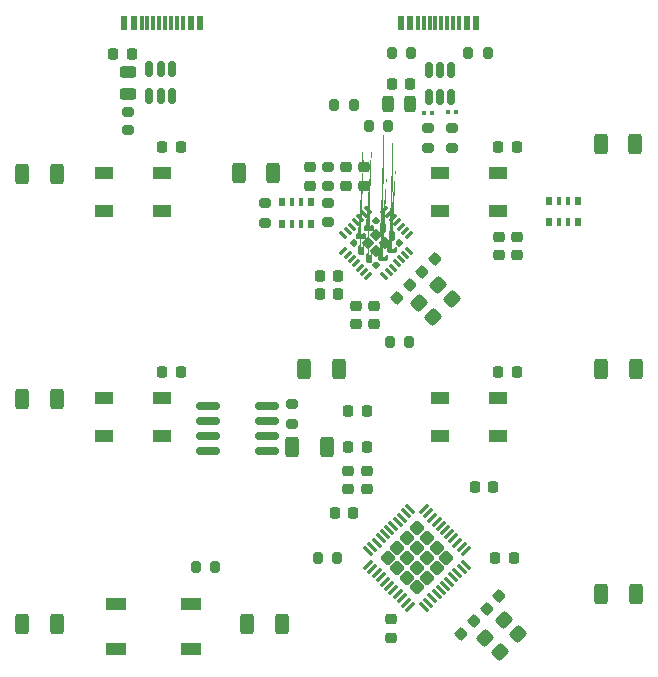
<source format=gbr>
%TF.GenerationSoftware,KiCad,Pcbnew,(5.99.0-11145-g173c9a974c)*%
%TF.CreationDate,2021-06-26T14:33:25+02:00*%
%TF.ProjectId,1337-v3.0,31333337-2d76-4332-9e30-2e6b69636164,3.0*%
%TF.SameCoordinates,Original*%
%TF.FileFunction,Paste,Bot*%
%TF.FilePolarity,Positive*%
%FSLAX46Y46*%
G04 Gerber Fmt 4.6, Leading zero omitted, Abs format (unit mm)*
G04 Created by KiCad (PCBNEW (5.99.0-11145-g173c9a974c)) date 2021-06-26 14:33:25*
%MOMM*%
%LPD*%
G01*
G04 APERTURE LIST*
G04 Aperture macros list*
%AMRoundRect*
0 Rectangle with rounded corners*
0 $1 Rounding radius*
0 $2 $3 $4 $5 $6 $7 $8 $9 X,Y pos of 4 corners*
0 Add a 4 corners polygon primitive as box body*
4,1,4,$2,$3,$4,$5,$6,$7,$8,$9,$2,$3,0*
0 Add four circle primitives for the rounded corners*
1,1,$1+$1,$2,$3*
1,1,$1+$1,$4,$5*
1,1,$1+$1,$6,$7*
1,1,$1+$1,$8,$9*
0 Add four rect primitives between the rounded corners*
20,1,$1+$1,$2,$3,$4,$5,0*
20,1,$1+$1,$4,$5,$6,$7,0*
20,1,$1+$1,$6,$7,$8,$9,0*
20,1,$1+$1,$8,$9,$2,$3,0*%
%AMFreePoly0*
4,1,51,0.328940,0.270148,0.332669,0.270806,0.335948,0.268913,0.347022,0.266960,0.363988,0.252723,0.383168,0.241650,0.385799,0.234421,0.391691,0.229478,0.395537,0.207667,0.403112,0.186855,0.403112,-0.116234,0.402193,-0.121446,0.402786,-0.123663,0.401202,-0.127060,0.397971,-0.145390,0.386007,-0.159647,0.378144,-0.176512,0.307524,-0.247133,0.303189,-0.250167,0.302041,-0.252157,
0.298519,-0.253439,0.283273,-0.264114,0.264734,-0.265736,0.247246,-0.272101,-0.247246,-0.272101,-0.252459,-0.271182,-0.254677,-0.271776,-0.258075,-0.270192,-0.276402,-0.266960,-0.290659,-0.254997,-0.307525,-0.247132,-0.378144,-0.176512,-0.381179,-0.172177,-0.383168,-0.171029,-0.384451,-0.167505,-0.395125,-0.152261,-0.396747,-0.133722,-0.403112,-0.116234,-0.403112,0.186855,-0.401159,0.197929,
-0.401817,0.201658,-0.399924,0.204937,-0.397971,0.216011,-0.383735,0.232977,-0.372661,0.252157,-0.365433,0.254788,-0.360489,0.260680,-0.338678,0.264527,-0.317866,0.272101,0.317866,0.272101,0.328940,0.270148,0.328940,0.270148,$1*%
%AMFreePoly1*
4,1,51,0.197929,0.401159,0.201658,0.401817,0.204937,0.399924,0.216011,0.397971,0.232977,0.383735,0.252157,0.372661,0.254788,0.365433,0.260680,0.360489,0.264527,0.338678,0.272101,0.317866,0.272101,-0.317866,0.270148,-0.328940,0.270806,-0.332669,0.268913,-0.335948,0.266960,-0.347022,0.252723,-0.363988,0.241650,-0.383168,0.234421,-0.385799,0.229478,-0.391691,0.207667,-0.395537,
0.186855,-0.403112,-0.116234,-0.403112,-0.121446,-0.402193,-0.123663,-0.402786,-0.127060,-0.401202,-0.145390,-0.397971,-0.159647,-0.386007,-0.176512,-0.378144,-0.247133,-0.307524,-0.250167,-0.303189,-0.252157,-0.302041,-0.253439,-0.298519,-0.264114,-0.283273,-0.265736,-0.264734,-0.272101,-0.247246,-0.272101,0.247246,-0.271182,0.252459,-0.271776,0.254676,-0.270192,0.258073,-0.266960,0.276402,
-0.254997,0.290658,-0.247133,0.307524,-0.176512,0.378144,-0.172177,0.381179,-0.171029,0.383168,-0.167505,0.384451,-0.152261,0.395125,-0.133722,0.396747,-0.116234,0.403112,0.186855,0.403112,0.197929,0.401159,0.197929,0.401159,$1*%
%AMFreePoly2*
4,1,48,0.180784,0.266839,0.197812,0.266839,0.211588,0.256830,0.227782,0.251568,0.237792,0.237792,0.251568,0.227782,0.256830,0.211588,0.266839,0.197812,0.266839,0.180784,0.272100,0.164589,0.272101,-0.075523,0.269420,-0.083774,0.270777,-0.092342,0.259348,-0.114773,0.251568,-0.138717,0.244550,-0.143816,0.240611,-0.151546,0.151545,-0.240611,0.143817,-0.244549,0.138717,-0.251568,
0.114772,-0.259348,0.092342,-0.270777,0.083774,-0.269420,0.075523,-0.272101,-0.164589,-0.272100,-0.180784,-0.266839,-0.197812,-0.266839,-0.211588,-0.256830,-0.227782,-0.251568,-0.237792,-0.237792,-0.251568,-0.227782,-0.256830,-0.211588,-0.266839,-0.197812,-0.266839,-0.180784,-0.272100,-0.164589,-0.272100,0.164589,-0.266839,0.180784,-0.266839,0.197812,-0.256830,0.211588,-0.251568,0.227782,
-0.237792,0.237792,-0.227782,0.251568,-0.211588,0.256830,-0.197812,0.266839,-0.180784,0.266839,-0.164589,0.272100,0.164589,0.272100,0.180784,0.266839,0.180784,0.266839,$1*%
%AMFreePoly3*
4,1,51,0.121446,0.402193,0.123663,0.402786,0.127060,0.401202,0.145390,0.397971,0.159647,0.386007,0.176512,0.378144,0.247132,0.307525,0.250167,0.303189,0.252157,0.302041,0.253441,0.298517,0.264114,0.283273,0.265736,0.264734,0.272101,0.247246,0.272101,-0.247246,0.271182,-0.252459,0.271776,-0.254677,0.270192,-0.258075,0.266960,-0.276402,0.254997,-0.290659,0.247132,-0.307525,
0.176512,-0.378144,0.172177,-0.381179,0.171029,-0.383168,0.167505,-0.384451,0.152261,-0.395125,0.133722,-0.396747,0.116234,-0.403112,-0.186855,-0.403112,-0.197929,-0.401159,-0.201658,-0.401817,-0.204937,-0.399924,-0.216011,-0.397971,-0.232977,-0.383735,-0.252157,-0.372661,-0.254788,-0.365433,-0.260680,-0.360489,-0.264527,-0.338678,-0.272101,-0.317866,-0.272101,0.317866,-0.270148,0.328940,
-0.270806,0.332669,-0.268913,0.335948,-0.266960,0.347022,-0.252723,0.363988,-0.241650,0.383168,-0.234421,0.385799,-0.229478,0.391691,-0.207667,0.395537,-0.186855,0.403112,0.116234,0.403112,0.121446,0.402193,0.121446,0.402193,$1*%
%AMFreePoly4*
4,1,48,0.180784,0.266839,0.197812,0.266839,0.211588,0.256830,0.227782,0.251568,0.237792,0.237792,0.251568,0.227782,0.256830,0.211588,0.266839,0.197812,0.266839,0.180784,0.272100,0.164589,0.272100,-0.164589,0.266839,-0.180784,0.266839,-0.197812,0.256830,-0.211588,0.251568,-0.227782,0.237792,-0.237792,0.227782,-0.251568,0.211588,-0.256830,0.197812,-0.266839,0.180784,-0.266839,
0.164589,-0.272100,-0.075523,-0.272101,-0.083774,-0.269420,-0.092342,-0.270777,-0.114773,-0.259348,-0.138717,-0.251568,-0.143816,-0.244550,-0.151546,-0.240611,-0.240611,-0.151545,-0.244549,-0.143817,-0.251568,-0.138717,-0.259348,-0.114772,-0.270777,-0.092342,-0.269420,-0.083774,-0.272101,-0.075523,-0.272100,0.164589,-0.266839,0.180784,-0.266839,0.197812,-0.256830,0.211588,-0.251568,0.227782,
-0.237792,0.237792,-0.227782,0.251568,-0.211588,0.256830,-0.197812,0.266839,-0.180784,0.266839,-0.164589,0.272100,0.164589,0.272100,0.180784,0.266839,0.180784,0.266839,$1*%
%AMFreePoly5*
4,1,48,0.083774,0.269420,0.092342,0.270777,0.114772,0.259348,0.138717,0.251568,0.143817,0.244549,0.151545,0.240611,0.240611,0.151546,0.244550,0.143816,0.251568,0.138717,0.259348,0.114773,0.270777,0.092342,0.269420,0.083774,0.272101,0.075523,0.272100,-0.164589,0.266839,-0.180784,0.266839,-0.197812,0.256830,-0.211588,0.251568,-0.227782,0.237792,-0.237792,0.227782,-0.251568,
0.211588,-0.256830,0.197812,-0.266839,0.180784,-0.266839,0.164589,-0.272100,-0.164589,-0.272100,-0.180784,-0.266839,-0.197812,-0.266839,-0.211588,-0.256830,-0.227782,-0.251568,-0.237792,-0.237792,-0.251568,-0.227782,-0.256830,-0.211588,-0.266839,-0.197812,-0.266839,-0.180784,-0.272100,-0.164589,-0.272100,0.164589,-0.266839,0.180784,-0.266839,0.197812,-0.256830,0.211588,-0.251568,0.227782,
-0.237792,0.237792,-0.227782,0.251568,-0.211588,0.256830,-0.197812,0.266839,-0.180784,0.266839,-0.164589,0.272100,0.075523,0.272101,0.083774,0.269420,0.083774,0.269420,$1*%
%AMFreePoly6*
4,1,51,0.252459,0.271182,0.254676,0.271776,0.258073,0.270192,0.276402,0.266960,0.290658,0.254997,0.307524,0.247133,0.378144,0.176512,0.381179,0.172177,0.383168,0.171029,0.384451,0.167505,0.395125,0.152261,0.396747,0.133722,0.403112,0.116234,0.403112,-0.186855,0.401159,-0.197929,0.401817,-0.201658,0.399924,-0.204937,0.397971,-0.216011,0.383735,-0.232977,0.372661,-0.252157,
0.365433,-0.254788,0.360489,-0.260680,0.338678,-0.264527,0.317866,-0.272101,-0.317866,-0.272101,-0.328940,-0.270148,-0.332669,-0.270806,-0.335948,-0.268913,-0.347022,-0.266960,-0.363988,-0.252723,-0.383168,-0.241650,-0.385799,-0.234421,-0.391691,-0.229478,-0.395537,-0.207667,-0.403112,-0.186855,-0.403112,0.116234,-0.402193,0.121446,-0.402786,0.123663,-0.401202,0.127060,-0.397971,0.145390,
-0.386007,0.159647,-0.378144,0.176512,-0.307525,0.247132,-0.303189,0.250167,-0.302041,0.252157,-0.298517,0.253441,-0.283273,0.264114,-0.264734,0.265736,-0.247246,0.272101,0.247246,0.272101,0.252459,0.271182,0.252459,0.271182,$1*%
%AMFreePoly7*
4,1,48,0.180784,0.266839,0.197812,0.266839,0.211588,0.256830,0.227782,0.251568,0.237792,0.237792,0.251568,0.227782,0.256830,0.211588,0.266839,0.197812,0.266839,0.180784,0.272100,0.164589,0.272100,-0.164589,0.266839,-0.180784,0.266839,-0.197812,0.256830,-0.211588,0.251568,-0.227782,0.237792,-0.237792,0.227782,-0.251568,0.211588,-0.256830,0.197812,-0.266839,0.180784,-0.266839,
0.164589,-0.272100,-0.164589,-0.272100,-0.180784,-0.266839,-0.197812,-0.266839,-0.211588,-0.256830,-0.227782,-0.251568,-0.237792,-0.237792,-0.251568,-0.227782,-0.256830,-0.211588,-0.266839,-0.197812,-0.266839,-0.180784,-0.272100,-0.164589,-0.272101,0.075523,-0.269420,0.083774,-0.270777,0.092342,-0.259348,0.114772,-0.251568,0.138717,-0.244549,0.143817,-0.240611,0.151545,-0.151546,0.240611,
-0.143816,0.244550,-0.138717,0.251568,-0.114773,0.259348,-0.092342,0.270777,-0.083774,0.269420,-0.075523,0.272101,0.164589,0.272100,0.180784,0.266839,0.180784,0.266839,$1*%
G04 Aperture macros list end*
%ADD10RoundRect,0.225000X0.225000X0.250000X-0.225000X0.250000X-0.225000X-0.250000X0.225000X-0.250000X0*%
%ADD11RoundRect,0.225000X0.250000X-0.225000X0.250000X0.225000X-0.250000X0.225000X-0.250000X-0.225000X0*%
%ADD12RoundRect,0.200000X-0.200000X-0.275000X0.200000X-0.275000X0.200000X0.275000X-0.200000X0.275000X0*%
%ADD13R,0.500000X0.800000*%
%ADD14R,0.400000X0.800000*%
%ADD15RoundRect,0.200000X0.200000X0.275000X-0.200000X0.275000X-0.200000X-0.275000X0.200000X-0.275000X0*%
%ADD16RoundRect,0.225000X-0.225000X-0.250000X0.225000X-0.250000X0.225000X0.250000X-0.225000X0.250000X0*%
%ADD17RoundRect,0.250000X-0.312500X-0.625000X0.312500X-0.625000X0.312500X0.625000X-0.312500X0.625000X0*%
%ADD18RoundRect,0.250000X0.312500X0.625000X-0.312500X0.625000X-0.312500X-0.625000X0.312500X-0.625000X0*%
%ADD19R,1.500000X1.000000*%
%ADD20RoundRect,0.200000X-0.275000X0.200000X-0.275000X-0.200000X0.275000X-0.200000X0.275000X0.200000X0*%
%ADD21RoundRect,0.225000X-0.250000X0.225000X-0.250000X-0.225000X0.250000X-0.225000X0.250000X0.225000X0*%
%ADD22RoundRect,0.150000X0.825000X0.150000X-0.825000X0.150000X-0.825000X-0.150000X0.825000X-0.150000X0*%
%ADD23RoundRect,0.225000X-0.017678X0.335876X-0.335876X0.017678X0.017678X-0.335876X0.335876X-0.017678X0*%
%ADD24RoundRect,0.243750X-0.456250X0.243750X-0.456250X-0.243750X0.456250X-0.243750X0.456250X0.243750X0*%
%ADD25RoundRect,0.150000X-0.150000X0.512500X-0.150000X-0.512500X0.150000X-0.512500X0.150000X0.512500X0*%
%ADD26RoundRect,0.170000X0.330000X-0.255000X0.330000X0.255000X-0.330000X0.255000X-0.330000X-0.255000X0*%
%ADD27R,0.600000X1.150000*%
%ADD28R,0.300000X1.150000*%
%ADD29RoundRect,0.230000X0.063640X0.502046X-0.502046X-0.063640X-0.063640X-0.502046X0.502046X0.063640X0*%
%ADD30RoundRect,0.250000X0.000000X0.358486X-0.358486X0.000000X0.000000X-0.358486X0.358486X0.000000X0*%
%ADD31RoundRect,0.062500X0.291682X0.380070X-0.380070X-0.291682X-0.291682X-0.380070X0.380070X0.291682X0*%
%ADD32RoundRect,0.062500X-0.291682X0.380070X-0.380070X0.291682X0.291682X-0.380070X0.380070X-0.291682X0*%
%ADD33RoundRect,0.170000X0.255000X0.330000X-0.255000X0.330000X-0.255000X-0.330000X0.255000X-0.330000X0*%
%ADD34RoundRect,0.079500X0.079500X0.100500X-0.079500X0.100500X-0.079500X-0.100500X0.079500X-0.100500X0*%
%ADD35R,1.700000X1.000000*%
%ADD36RoundRect,0.170000X-0.330000X0.255000X-0.330000X-0.255000X0.330000X-0.255000X0.330000X0.255000X0*%
%ADD37RoundRect,0.200000X0.275000X-0.200000X0.275000X0.200000X-0.275000X0.200000X-0.275000X-0.200000X0*%
%ADD38RoundRect,0.243750X0.243750X0.456250X-0.243750X0.456250X-0.243750X-0.456250X0.243750X-0.456250X0*%
%ADD39RoundRect,0.225000X0.017678X-0.335876X0.335876X-0.017678X-0.017678X0.335876X-0.335876X0.017678X0*%
%ADD40FreePoly0,225.000000*%
%ADD41FreePoly1,225.000000*%
%ADD42FreePoly2,225.000000*%
%ADD43RoundRect,0.201557X0.000000X0.285043X-0.285043X0.000000X0.000000X-0.285043X0.285043X0.000000X0*%
%ADD44FreePoly3,225.000000*%
%ADD45FreePoly4,225.000000*%
%ADD46FreePoly5,225.000000*%
%ADD47FreePoly6,225.000000*%
%ADD48FreePoly7,225.000000*%
%ADD49RoundRect,0.062500X0.194454X0.282843X-0.282843X-0.194454X-0.194454X-0.282843X0.282843X0.194454X0*%
%ADD50RoundRect,0.062500X-0.194454X0.282843X-0.282843X0.194454X0.194454X-0.282843X0.282843X-0.194454X0*%
G04 APERTURE END LIST*
D10*
%TO.C,C22*%
X170193000Y-86868000D03*
X168643000Y-86868000D03*
%TD*%
D11*
%TO.C,C27*%
X155930000Y-115835000D03*
X155930000Y-114285000D03*
%TD*%
%TO.C,C15*%
X155696000Y-90135000D03*
X155696000Y-88585000D03*
%TD*%
D12*
%TO.C,R7*%
X143002000Y-122428000D03*
X144652000Y-122428000D03*
%TD*%
D13*
%TO.C,RN2*%
X172960000Y-91460000D03*
D14*
X173760000Y-91460000D03*
X174560000Y-91460000D03*
D13*
X175360000Y-91460000D03*
X175360000Y-93260000D03*
D14*
X174560000Y-93260000D03*
X173760000Y-93260000D03*
D13*
X172960000Y-93260000D03*
%TD*%
D15*
%TO.C,R3*%
X167747000Y-78924000D03*
X166097000Y-78924000D03*
%TD*%
D16*
%TO.C,C20*%
X166645000Y-115630000D03*
X168195000Y-115630000D03*
%TD*%
D17*
%TO.C,R20*%
X177353500Y-105664000D03*
X180278500Y-105664000D03*
%TD*%
D18*
%TO.C,R18*%
X131256500Y-108204000D03*
X128331500Y-108204000D03*
%TD*%
D19*
%TO.C,D1*%
X140118000Y-108128000D03*
X140118000Y-111328000D03*
X135218000Y-111328000D03*
X135218000Y-108128000D03*
%TD*%
D11*
%TO.C,C14*%
X152648000Y-90135000D03*
X152648000Y-88585000D03*
%TD*%
D20*
%TO.C,R9*%
X148890000Y-91625000D03*
X148890000Y-93275000D03*
%TD*%
D21*
%TO.C,C2*%
X158130000Y-100315000D03*
X158130000Y-101865000D03*
%TD*%
D11*
%TO.C,C1*%
X157220000Y-90135000D03*
X157220000Y-88585000D03*
%TD*%
D22*
%TO.C,Q1*%
X149033000Y-108839000D03*
X149033000Y-110109000D03*
X149033000Y-111379000D03*
X149033000Y-112649000D03*
X144083000Y-112649000D03*
X144083000Y-111379000D03*
X144083000Y-110109000D03*
X144083000Y-108839000D03*
%TD*%
D23*
%TO.C,C16*%
X163268008Y-96371992D03*
X162171992Y-97468008D03*
%TD*%
D12*
%TO.C,R14*%
X153353000Y-121666000D03*
X155003000Y-121666000D03*
%TD*%
D24*
%TO.C,F2*%
X137312000Y-80504000D03*
X137312000Y-82379000D03*
%TD*%
D18*
%TO.C,R16*%
X149592500Y-89070000D03*
X146667500Y-89070000D03*
%TD*%
D10*
%TO.C,C9*%
X157493000Y-112268000D03*
X155943000Y-112268000D03*
%TD*%
%TO.C,C24*%
X141745000Y-86868000D03*
X140195000Y-86868000D03*
%TD*%
D25*
%TO.C,U2*%
X162732000Y-80344000D03*
X163682000Y-80344000D03*
X164632000Y-80344000D03*
X164632000Y-82619000D03*
X163682000Y-82619000D03*
X162732000Y-82619000D03*
%TD*%
D26*
%TO.C,FB2*%
X154172000Y-90160000D03*
X154172000Y-88560000D03*
%TD*%
D27*
%TO.C,J1*%
X160362000Y-76361500D03*
X161162000Y-76361500D03*
D28*
X162312000Y-76361500D03*
X163312000Y-76361500D03*
X163812000Y-76361500D03*
X164812000Y-76361500D03*
D27*
X165962000Y-76361500D03*
X166762000Y-76361500D03*
X166762000Y-76361500D03*
X165962000Y-76361500D03*
D28*
X165312000Y-76361500D03*
X164312000Y-76361500D03*
X162812000Y-76361500D03*
X161812000Y-76361500D03*
D27*
X161162000Y-76361500D03*
X160362000Y-76361500D03*
%TD*%
D18*
%TO.C,R21*%
X131256500Y-127254000D03*
X128331500Y-127254000D03*
%TD*%
D10*
%TO.C,C21*%
X137597000Y-78984000D03*
X136047000Y-78984000D03*
%TD*%
D18*
%TO.C,R22*%
X150306500Y-127254000D03*
X147381500Y-127254000D03*
%TD*%
D29*
%TO.C,Y1*%
X164698858Y-99733223D03*
X163143223Y-101288858D03*
X161941142Y-100086777D03*
X163496777Y-98531142D03*
%TD*%
D19*
%TO.C,D4*%
X168566000Y-108128000D03*
X168566000Y-111328000D03*
X163666000Y-111328000D03*
X163666000Y-108128000D03*
%TD*%
D21*
%TO.C,C7*%
X159580000Y-126855000D03*
X159580000Y-128405000D03*
%TD*%
D11*
%TO.C,C26*%
X157480000Y-115837000D03*
X157480000Y-114287000D03*
%TD*%
D27*
%TO.C,J3*%
X136972000Y-76354000D03*
X137772000Y-76354000D03*
D28*
X138922000Y-76354000D03*
X139922000Y-76354000D03*
X140422000Y-76354000D03*
X141422000Y-76354000D03*
D27*
X142572000Y-76354000D03*
X143372000Y-76354000D03*
X143372000Y-76354000D03*
X142572000Y-76354000D03*
D28*
X141922000Y-76354000D03*
X140922000Y-76354000D03*
X139422000Y-76354000D03*
X138422000Y-76354000D03*
D27*
X137772000Y-76354000D03*
X136972000Y-76354000D03*
%TD*%
D30*
%TO.C,U3*%
X160919750Y-123327701D03*
X163412301Y-122496850D03*
X162581450Y-120004299D03*
X160088899Y-122496850D03*
X161750600Y-124158551D03*
X162581450Y-123327701D03*
X162581450Y-121666000D03*
X160919750Y-120004299D03*
X161750600Y-122496850D03*
X163412301Y-120835150D03*
X160088899Y-120835150D03*
X160919750Y-121666000D03*
X164243151Y-121666000D03*
X161750600Y-120835150D03*
X159258049Y-121666000D03*
X161750600Y-119173449D03*
D31*
X162342802Y-117538264D03*
X162696355Y-117891818D03*
X163049909Y-118245371D03*
X163403462Y-118598924D03*
X163757015Y-118952478D03*
X164110569Y-119306031D03*
X164464122Y-119659585D03*
X164817676Y-120013138D03*
X165171229Y-120366691D03*
X165524782Y-120720245D03*
X165878336Y-121073798D03*
D32*
X165878336Y-122258202D03*
X165524782Y-122611755D03*
X165171229Y-122965309D03*
X164817676Y-123318862D03*
X164464122Y-123672415D03*
X164110569Y-124025969D03*
X163757015Y-124379522D03*
X163403462Y-124733076D03*
X163049909Y-125086629D03*
X162696355Y-125440182D03*
X162342802Y-125793736D03*
D31*
X161158398Y-125793736D03*
X160804845Y-125440182D03*
X160451291Y-125086629D03*
X160097738Y-124733076D03*
X159744185Y-124379522D03*
X159390631Y-124025969D03*
X159037078Y-123672415D03*
X158683524Y-123318862D03*
X158329971Y-122965309D03*
X157976418Y-122611755D03*
X157622864Y-122258202D03*
D32*
X157622864Y-121073798D03*
X157976418Y-120720245D03*
X158329971Y-120366691D03*
X158683524Y-120013138D03*
X159037078Y-119659585D03*
X159390631Y-119306031D03*
X159744185Y-118952478D03*
X160097738Y-118598924D03*
X160451291Y-118245371D03*
X160804845Y-117891818D03*
X161158398Y-117538264D03*
%TD*%
D10*
%TO.C,C13*%
X155075000Y-99294000D03*
X153525000Y-99294000D03*
%TD*%
%TO.C,C23*%
X141745000Y-105918000D03*
X140195000Y-105918000D03*
%TD*%
D33*
%TO.C,FB1*%
X159310000Y-85060000D03*
X157710000Y-85060000D03*
%TD*%
D21*
%TO.C,C4*%
X168656000Y-94475000D03*
X168656000Y-96025000D03*
%TD*%
D19*
%TO.C,D2*%
X140118000Y-89078000D03*
X140118000Y-92278000D03*
X135218000Y-92278000D03*
X135218000Y-89078000D03*
%TD*%
D25*
%TO.C,U4*%
X139092000Y-80276500D03*
X140042000Y-80276500D03*
X140992000Y-80276500D03*
X140992000Y-82551500D03*
X140042000Y-82551500D03*
X139092000Y-82551500D03*
%TD*%
D21*
%TO.C,C3*%
X170180000Y-94475000D03*
X170180000Y-96025000D03*
%TD*%
D34*
%TO.C,JP1*%
X162345000Y-83970000D03*
X163035000Y-83970000D03*
%TD*%
D17*
%TO.C,R17*%
X177292000Y-86614000D03*
X180217000Y-86614000D03*
%TD*%
D15*
%TO.C,R13*%
X161099000Y-103378000D03*
X159449000Y-103378000D03*
%TD*%
D20*
%TO.C,R11*%
X154190000Y-91615000D03*
X154190000Y-93265000D03*
%TD*%
D35*
%TO.C,SW1*%
X142596000Y-129408000D03*
X136296000Y-129408000D03*
X136296000Y-125608000D03*
X142596000Y-125608000D03*
%TD*%
D17*
%TO.C,R23*%
X177353500Y-124714000D03*
X180278500Y-124714000D03*
%TD*%
D21*
%TO.C,C5*%
X156606000Y-100315000D03*
X156606000Y-101865000D03*
%TD*%
D36*
%TO.C,FB3*%
X137302000Y-83874000D03*
X137302000Y-85474000D03*
%TD*%
D37*
%TO.C,R6*%
X162680000Y-86935000D03*
X162680000Y-85285000D03*
%TD*%
D10*
%TO.C,C6*%
X161197000Y-81524000D03*
X159647000Y-81524000D03*
%TD*%
D38*
%TO.C,F1*%
X161159500Y-83274000D03*
X159284500Y-83274000D03*
%TD*%
D10*
%TO.C,C25*%
X170193000Y-105918000D03*
X168643000Y-105918000D03*
%TD*%
D19*
%TO.C,D3*%
X168566000Y-89078000D03*
X168566000Y-92278000D03*
X163666000Y-92278000D03*
X163666000Y-89078000D03*
%TD*%
D13*
%TO.C,RN1*%
X150340000Y-91560000D03*
D14*
X151140000Y-91560000D03*
X151940000Y-91560000D03*
D13*
X152740000Y-91560000D03*
X152740000Y-93360000D03*
D14*
X151940000Y-93360000D03*
X151140000Y-93360000D03*
D13*
X150340000Y-93360000D03*
%TD*%
D15*
%TO.C,R12*%
X156385000Y-83280000D03*
X154735000Y-83280000D03*
%TD*%
D39*
%TO.C,C19*%
X165471992Y-128098008D03*
X166568008Y-127001992D03*
%TD*%
D23*
%TO.C,C18*%
X168728008Y-124851992D03*
X167631992Y-125948008D03*
%TD*%
D18*
%TO.C,R29*%
X154116500Y-112268000D03*
X151191500Y-112268000D03*
%TD*%
D17*
%TO.C,R19*%
X152207500Y-105664000D03*
X155132500Y-105664000D03*
%TD*%
D37*
%TO.C,R5*%
X164690000Y-86935000D03*
X164690000Y-85285000D03*
%TD*%
D10*
%TO.C,C12*%
X155075000Y-97770000D03*
X153525000Y-97770000D03*
%TD*%
D18*
%TO.C,R15*%
X131256500Y-89154000D03*
X128331500Y-89154000D03*
%TD*%
D15*
%TO.C,R2*%
X161257000Y-78944000D03*
X159607000Y-78944000D03*
%TD*%
D37*
%TO.C,R28*%
X151130000Y-110299000D03*
X151130000Y-108649000D03*
%TD*%
D29*
%TO.C,Y2*%
X170288858Y-128093223D03*
X168733223Y-129648858D03*
X167531142Y-128446777D03*
X169086777Y-126891142D03*
%TD*%
D10*
%TO.C,C10*%
X157493000Y-109220000D03*
X155943000Y-109220000D03*
%TD*%
D34*
%TO.C,JP2*%
X165025000Y-83950000D03*
X164335000Y-83950000D03*
%TD*%
D40*
%TO.C,U1*%
X159609309Y-95582202D03*
D41*
X157010691Y-95582202D03*
D42*
X160201511Y-94990000D03*
D43*
X158310000Y-94282893D03*
D44*
X158902202Y-93690691D03*
D45*
X158310000Y-96881511D03*
D46*
X158310000Y-93098489D03*
D43*
X157602893Y-94990000D03*
X158310000Y-95697107D03*
D47*
X157717798Y-93690691D03*
D40*
X158902202Y-96289309D03*
D41*
X157717798Y-96289309D03*
D47*
X157010691Y-94397798D03*
D44*
X159609309Y-94397798D03*
D48*
X156418489Y-94990000D03*
D43*
X159017107Y-94990000D03*
D49*
X158981751Y-92196928D03*
X159335305Y-92550482D03*
X159688858Y-92904035D03*
X160042412Y-93257588D03*
X160395965Y-93611142D03*
X160749518Y-93964695D03*
X161103072Y-94318249D03*
D50*
X161103072Y-95661751D03*
X160749518Y-96015305D03*
X160395965Y-96368858D03*
X160042412Y-96722412D03*
X159688858Y-97075965D03*
X159335305Y-97429518D03*
X158981751Y-97783072D03*
D49*
X157638249Y-97783072D03*
X157284695Y-97429518D03*
X156931142Y-97075965D03*
X156577588Y-96722412D03*
X156224035Y-96368858D03*
X155870482Y-96015305D03*
X155516928Y-95661751D03*
D50*
X155516928Y-94318249D03*
X155870482Y-93964695D03*
X156224035Y-93611142D03*
X156577588Y-93257588D03*
X156931142Y-92904035D03*
X157284695Y-92550482D03*
X157638249Y-92196928D03*
%TD*%
D39*
%TO.C,C17*%
X160021992Y-99628008D03*
X161118008Y-98531992D03*
%TD*%
D10*
%TO.C,C11*%
X156365000Y-117820000D03*
X154815000Y-117820000D03*
%TD*%
D16*
%TO.C,C8*%
X168389000Y-121666000D03*
X169939000Y-121666000D03*
%TD*%
M02*

</source>
